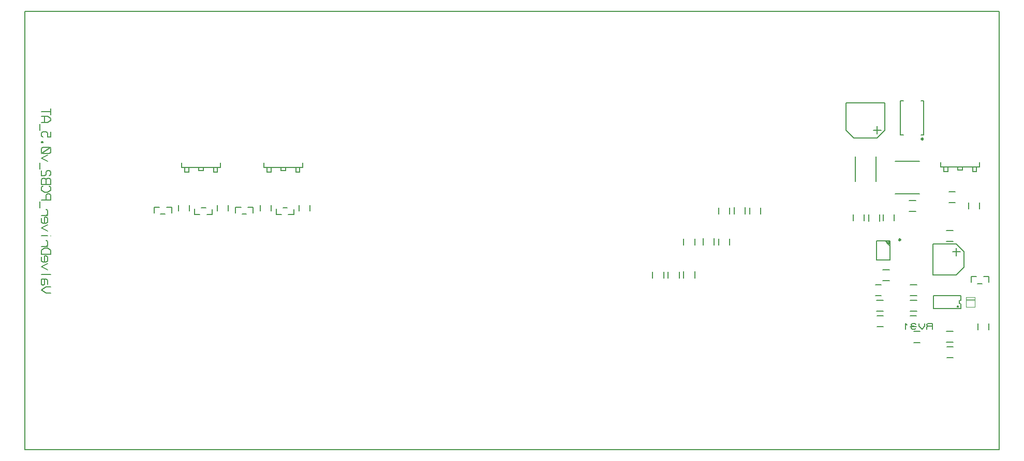
<source format=gbr>
G04 PROTEUS RS274X GERBER FILE*
%FSLAX45Y45*%
%MOMM*%
G01*
%ADD41C,0.203200*%
%ADD43C,0.250000*%
%ADD42C,0.200000*%
%ADD44C,0.101600*%
%ADD45C,0.100000*%
D41*
X-7429500Y-4254500D02*
X+8509000Y-4254500D01*
X+8509000Y+2921000D01*
X-7429500Y+2921000D01*
X-7429500Y-4254500D01*
X+8051800Y-1424940D02*
X+8140700Y-1424940D01*
X+8158480Y-1536700D02*
X+8229600Y-1536700D01*
X+8051800Y-1424940D02*
X+8051800Y-1516380D01*
X+8341360Y-1518920D02*
X+8341360Y-1424940D01*
X+8255000Y-1424940D01*
X+8191500Y+452120D02*
X+8191500Y+375920D01*
X+7556500Y+375920D01*
X+7556500Y+452120D01*
X+7912100Y+375920D02*
X+7912100Y+325120D01*
X+7835900Y+325120D01*
X+7835900Y+375920D01*
X+8140700Y+375920D02*
X+8140700Y+299720D01*
X+8077200Y+299720D01*
X+8077200Y+375920D01*
X+7607300Y+375920D02*
X+7607300Y+299720D01*
X+7670800Y+299720D01*
X+7670800Y+375920D02*
X+7670800Y+299720D01*
D43*
X+7259100Y+834620D02*
X+7259057Y+835659D01*
X+7258705Y+837738D01*
X+7257968Y+839817D01*
X+7256764Y+841896D01*
X+7254923Y+843946D01*
X+7252844Y+845449D01*
X+7250765Y+846406D01*
X+7248686Y+846945D01*
X+7246607Y+847120D01*
X+7246600Y+847120D01*
X+7234100Y+834620D02*
X+7234143Y+835659D01*
X+7234495Y+837738D01*
X+7235232Y+839817D01*
X+7236436Y+841896D01*
X+7238277Y+843946D01*
X+7240356Y+845449D01*
X+7242435Y+846406D01*
X+7244514Y+846945D01*
X+7246593Y+847120D01*
X+7246600Y+847120D01*
X+7234100Y+834620D02*
X+7234143Y+833581D01*
X+7234495Y+831502D01*
X+7235232Y+829423D01*
X+7236436Y+827344D01*
X+7238277Y+825294D01*
X+7240356Y+823791D01*
X+7242435Y+822834D01*
X+7244514Y+822295D01*
X+7246593Y+822120D01*
X+7246600Y+822120D01*
X+7259100Y+834620D02*
X+7259057Y+833581D01*
X+7258705Y+831502D01*
X+7257968Y+829423D01*
X+7256764Y+827344D01*
X+7254923Y+825294D01*
X+7252844Y+823791D01*
X+7250765Y+822834D01*
X+7248686Y+822295D01*
X+7246607Y+822120D01*
X+7246600Y+822120D01*
D42*
X+7231600Y+899620D02*
X+7276600Y+899620D01*
X+7276600Y+1459620D01*
X+7231600Y+1459620D01*
X+6941600Y+899620D02*
X+6896600Y+899620D01*
X+6896600Y+1459620D01*
X+6941600Y+1459620D01*
D44*
X+7969100Y-1793340D02*
X+8109100Y-1793340D01*
X+7969100Y-1813340D02*
X+8109100Y-1813340D01*
X+7969100Y-1923340D02*
X+8109100Y-1923340D01*
X+8109100Y-1763340D01*
X+7969100Y-1763340D01*
X+7969100Y-1923340D01*
D42*
X+6805600Y+463120D02*
X+7205600Y+463120D01*
X+6805600Y-66880D02*
X+7205600Y-66880D01*
D41*
X+6642100Y+978120D02*
X+6515100Y+851120D01*
X+6134100Y+851120D01*
X+6007100Y+978120D01*
X+6007100Y+1422620D01*
X+6642100Y+1422620D01*
X+6642100Y+978120D01*
X+6515100Y+914620D02*
X+6515100Y+1041620D01*
X+6578600Y+978120D02*
X+6451600Y+978120D01*
D43*
X+6890100Y-819700D02*
X+6890057Y-818661D01*
X+6889705Y-816582D01*
X+6888968Y-814503D01*
X+6887764Y-812424D01*
X+6885923Y-810374D01*
X+6883844Y-808871D01*
X+6881765Y-807914D01*
X+6879686Y-807375D01*
X+6877607Y-807200D01*
X+6877600Y-807200D01*
X+6865100Y-819700D02*
X+6865143Y-818661D01*
X+6865495Y-816582D01*
X+6866232Y-814503D01*
X+6867436Y-812424D01*
X+6869277Y-810374D01*
X+6871356Y-808871D01*
X+6873435Y-807914D01*
X+6875514Y-807375D01*
X+6877593Y-807200D01*
X+6877600Y-807200D01*
X+6865100Y-819700D02*
X+6865143Y-820739D01*
X+6865495Y-822818D01*
X+6866232Y-824897D01*
X+6867436Y-826976D01*
X+6869277Y-829026D01*
X+6871356Y-830529D01*
X+6873435Y-831486D01*
X+6875514Y-832025D01*
X+6877593Y-832200D01*
X+6877600Y-832200D01*
X+6890100Y-819700D02*
X+6890057Y-820739D01*
X+6889705Y-822818D01*
X+6888968Y-824897D01*
X+6887764Y-826976D01*
X+6885923Y-829026D01*
X+6883844Y-830529D01*
X+6881765Y-831486D01*
X+6879686Y-832025D01*
X+6877607Y-832200D01*
X+6877600Y-832200D01*
D42*
X+6727600Y-1149700D02*
X+6507600Y-1149700D01*
X+6507600Y-839700D01*
X+6727600Y-839700D01*
X+6727600Y-1149700D01*
D45*
X+6727600Y-849700D02*
X+6717600Y-839700D01*
X+6727600Y-859700D02*
X+6707600Y-839700D01*
X+6727600Y-869700D02*
X+6697600Y-839700D01*
X+6727600Y-879700D02*
X+6687600Y-839700D01*
X+6727600Y-889700D02*
X+6677600Y-839700D01*
X+6727600Y-899700D02*
X+6667600Y-839700D01*
X+6727600Y-909700D02*
X+6657600Y-839700D01*
X+6727600Y-919700D02*
X+6647600Y-839700D01*
X+6727600Y-929700D02*
X+6637600Y-839700D01*
D41*
X+7881620Y-1948180D02*
X+7881620Y-1867218D01*
X+7870999Y-1865136D01*
X+7862433Y-1859416D01*
X+7856714Y-1850851D01*
X+7854632Y-1840230D01*
X+7881620Y-1813242D02*
X+7870999Y-1815324D01*
X+7862433Y-1821044D01*
X+7856714Y-1829609D01*
X+7854632Y-1840230D01*
X+7881620Y-1813242D02*
X+7881620Y-1732280D01*
X+7434580Y-1871980D02*
X+7434580Y-1808480D01*
X+7848600Y-1948180D02*
X+7467600Y-1948180D01*
X+7848600Y-1732280D02*
X+7467600Y-1732280D01*
X+7848600Y-1948180D02*
X+7881620Y-1948180D01*
X+7881620Y-1732280D02*
X+7848600Y-1732280D01*
X+7434580Y-1808480D02*
X+7434580Y-1732280D01*
X+7467600Y-1732280D01*
X+7467600Y-1948180D02*
X+7434580Y-1948180D01*
X+7434580Y-1871980D01*
X+7842504Y-1912620D02*
X+7842469Y-1911775D01*
X+7842182Y-1910084D01*
X+7841583Y-1908393D01*
X+7840603Y-1906702D01*
X+7839103Y-1905034D01*
X+7837412Y-1903814D01*
X+7835721Y-1903038D01*
X+7834030Y-1902601D01*
X+7832344Y-1902460D01*
X+7822184Y-1912620D02*
X+7822219Y-1911775D01*
X+7822506Y-1910084D01*
X+7823105Y-1908393D01*
X+7824085Y-1906702D01*
X+7825585Y-1905034D01*
X+7827276Y-1903814D01*
X+7828967Y-1903038D01*
X+7830658Y-1902601D01*
X+7832344Y-1902460D01*
X+7822184Y-1912620D02*
X+7822219Y-1913465D01*
X+7822506Y-1915156D01*
X+7823105Y-1916847D01*
X+7824085Y-1918538D01*
X+7825585Y-1920206D01*
X+7827276Y-1921426D01*
X+7828967Y-1922202D01*
X+7830658Y-1922639D01*
X+7832344Y-1922780D01*
X+7842504Y-1912620D02*
X+7842469Y-1913465D01*
X+7842182Y-1915156D01*
X+7841583Y-1916847D01*
X+7840603Y-1918538D01*
X+7839103Y-1920206D01*
X+7837412Y-1921426D01*
X+7835721Y-1922202D01*
X+7834030Y-1922639D01*
X+7832344Y-1922780D01*
D42*
X+6494600Y+542620D02*
X+6494600Y+132620D01*
X+6154600Y+542620D02*
X+6154600Y+132620D01*
D41*
X+7810500Y-889000D02*
X+7937500Y-1016000D01*
X+7937500Y-1270000D01*
X+7810500Y-1397000D01*
X+7429500Y-1397000D01*
X+7429500Y-889000D01*
X+7810500Y-889000D01*
X+7874000Y-1016000D02*
X+7747000Y-1016000D01*
X+7810500Y-952500D02*
X+7810500Y-1079500D01*
D42*
X+7753600Y-844380D02*
X+7643600Y-844380D01*
X+7753600Y-664380D02*
X+7643600Y-664380D01*
X+6610600Y-2241380D02*
X+6510600Y-2241380D01*
X+6610600Y-2061380D02*
X+6510600Y-2061380D01*
X+6583100Y-1733380D02*
X+6483100Y-1733380D01*
X+6583100Y-1553380D02*
X+6483100Y-1553380D01*
X+6615600Y-504880D02*
X+6615600Y-404880D01*
X+6795600Y-504880D02*
X+6795600Y-404880D01*
X+6120300Y-504880D02*
X+6120300Y-404880D01*
X+6300300Y-504880D02*
X+6300300Y-404880D01*
X+7154600Y-2241380D02*
X+7054600Y-2241380D01*
X+7154600Y-2061380D02*
X+7054600Y-2061380D01*
X+8345000Y-2190500D02*
X+8345000Y-2290500D01*
X+8165000Y-2190500D02*
X+8165000Y-2290500D01*
X+7753600Y-2495380D02*
X+7643600Y-2495380D01*
X+7753600Y-2315380D02*
X+7643600Y-2315380D01*
X+7144000Y-356700D02*
X+7034000Y-356700D01*
X+7144000Y-176700D02*
X+7034000Y-176700D01*
X+8192600Y-214380D02*
X+8192600Y-314380D01*
X+8012600Y-214380D02*
X+8012600Y-314380D01*
X+7689600Y-29380D02*
X+7789600Y-29380D01*
X+7689600Y-209380D02*
X+7789600Y-209380D01*
X+7753600Y-2749380D02*
X+7653600Y-2749380D01*
X+7753600Y-2569380D02*
X+7653600Y-2569380D01*
X+6554300Y-404880D02*
X+6554300Y-514880D01*
X+6374300Y-404880D02*
X+6374300Y-514880D01*
X+6712200Y-1492080D02*
X+6602200Y-1492080D01*
X+6712200Y-1312080D02*
X+6602200Y-1312080D01*
X+7164600Y-1733380D02*
X+7054600Y-1733380D01*
X+7164600Y-1553380D02*
X+7054600Y-1553380D01*
X+7164600Y-1987380D02*
X+7054600Y-1987380D01*
X+7164600Y-1807380D02*
X+7054600Y-1807380D01*
X+6610600Y-1987380D02*
X+6500600Y-1987380D01*
X+6610600Y-1807380D02*
X+6500600Y-1807380D01*
D41*
X-4229100Y+444500D02*
X-4229100Y+368300D01*
X-4864100Y+368300D01*
X-4864100Y+444500D01*
X-4508500Y+368300D02*
X-4508500Y+317500D01*
X-4584700Y+317500D01*
X-4584700Y+368300D01*
X-4279900Y+368300D02*
X-4279900Y+292100D01*
X-4343400Y+292100D01*
X-4343400Y+368300D01*
X-4813300Y+368300D02*
X-4813300Y+292100D01*
X-4749800Y+292100D01*
X-4749800Y+368300D02*
X-4749800Y+292100D01*
X-2882900Y+444500D02*
X-2882900Y+368300D01*
X-3517900Y+368300D01*
X-3517900Y+444500D01*
X-3162300Y+368300D02*
X-3162300Y+317500D01*
X-3238500Y+317500D01*
X-3238500Y+368300D01*
X-2933700Y+368300D02*
X-2933700Y+292100D01*
X-2997200Y+292100D01*
X-2997200Y+368300D01*
X-3467100Y+368300D02*
X-3467100Y+292100D01*
X-3403600Y+292100D01*
X-3403600Y+368300D02*
X-3403600Y+292100D01*
X-5318760Y-289560D02*
X-5229860Y-289560D01*
X-5212080Y-401320D02*
X-5140960Y-401320D01*
X-5318760Y-289560D02*
X-5318760Y-381000D01*
X-5029200Y-383540D02*
X-5029200Y-289560D01*
X-5115560Y-289560D01*
X-3985260Y-289560D02*
X-3896360Y-289560D01*
X-3878580Y-401320D02*
X-3807460Y-401320D01*
X-3985260Y-289560D02*
X-3985260Y-381000D01*
X-3695700Y-383540D02*
X-3695700Y-289560D01*
X-3782060Y-289560D01*
X-4363720Y-408940D02*
X-4452620Y-408940D01*
X-4470400Y-297180D02*
X-4541520Y-297180D01*
X-4363720Y-408940D02*
X-4363720Y-317500D01*
X-4653280Y-314960D02*
X-4653280Y-408940D01*
X-4566920Y-408940D01*
X-3030220Y-408940D02*
X-3119120Y-408940D01*
X-3136900Y-297180D02*
X-3208020Y-297180D01*
X-3030220Y-408940D02*
X-3030220Y-317500D01*
X-3319780Y-314960D02*
X-3319780Y-408940D01*
X-3233420Y-408940D01*
D42*
X-4736000Y-249500D02*
X-4736000Y-349500D01*
X-4916000Y-249500D02*
X-4916000Y-349500D01*
X-4101000Y-249500D02*
X-4101000Y-349500D01*
X-4281000Y-249500D02*
X-4281000Y-349500D01*
X-3402500Y-249500D02*
X-3402500Y-349500D01*
X-3582500Y-249500D02*
X-3582500Y-349500D01*
X-2767500Y-249500D02*
X-2767500Y-349500D01*
X-2947500Y-249500D02*
X-2947500Y-349500D01*
X+3529000Y-1337500D02*
X+3529000Y-1447500D01*
X+3349000Y-1337500D02*
X+3349000Y-1447500D01*
X+3846500Y-793500D02*
X+3846500Y-903500D01*
X+3666500Y-793500D02*
X+3666500Y-903500D01*
X+4354500Y-285500D02*
X+4354500Y-395500D01*
X+4174500Y-285500D02*
X+4174500Y-395500D01*
X+2841000Y-1447500D02*
X+2841000Y-1347500D01*
X+3021000Y-1447500D02*
X+3021000Y-1347500D01*
X+3349000Y-903500D02*
X+3349000Y-803500D01*
X+3529000Y-903500D02*
X+3529000Y-803500D01*
X+3920500Y-903500D02*
X+3920500Y-803500D01*
X+4100500Y-903500D02*
X+4100500Y-803500D01*
X+3095000Y-1447500D02*
X+3095000Y-1347500D01*
X+3275000Y-1447500D02*
X+3275000Y-1347500D01*
X+3920500Y-395500D02*
X+3920500Y-295500D01*
X+4100500Y-395500D02*
X+4100500Y-295500D01*
X+4428500Y-395500D02*
X+4428500Y-295500D01*
X+4608500Y-395500D02*
X+4608500Y-295500D01*
X+7216000Y-2503000D02*
X+7116000Y-2503000D01*
X+7216000Y-2323000D02*
X+7116000Y-2323000D01*
D41*
X+7420000Y-2282520D02*
X+7420000Y-2191080D01*
X+7340625Y-2191080D01*
X+7324750Y-2206320D01*
X+7324750Y-2221560D01*
X+7340625Y-2236800D01*
X+7420000Y-2236800D01*
X+7340625Y-2236800D02*
X+7324750Y-2252040D01*
X+7324750Y-2282520D01*
X+7293000Y-2191080D02*
X+7293000Y-2236800D01*
X+7245375Y-2282520D01*
X+7197750Y-2236800D01*
X+7197750Y-2191080D01*
X+7150125Y-2206320D02*
X+7134250Y-2191080D01*
X+7086625Y-2191080D01*
X+7070750Y-2206320D01*
X+7070750Y-2221560D01*
X+7086625Y-2236800D01*
X+7070750Y-2252040D01*
X+7070750Y-2267280D01*
X+7086625Y-2282520D01*
X+7134250Y-2282520D01*
X+7150125Y-2267280D01*
X+7118375Y-2236800D02*
X+7086625Y-2236800D01*
X+7007250Y-2221560D02*
X+6975500Y-2191080D01*
X+6975500Y-2282520D01*
X-7010400Y-1689100D02*
X-7086600Y-1689100D01*
X-7162800Y-1641475D01*
X-7086600Y-1593850D01*
X-7010400Y-1593850D01*
X-7061200Y-1546225D02*
X-7061200Y-1482725D01*
X-7086600Y-1466850D01*
X-7162800Y-1466850D01*
X-7162800Y-1546225D01*
X-7137400Y-1562100D01*
X-7112000Y-1546225D01*
X-7112000Y-1466850D01*
X-7010400Y-1387475D02*
X-7162800Y-1387475D01*
X-7061200Y-1308100D02*
X-7162800Y-1260475D01*
X-7061200Y-1212850D01*
X-7112000Y-1181100D02*
X-7112000Y-1085850D01*
X-7086600Y-1085850D01*
X-7061200Y-1101725D01*
X-7061200Y-1165225D01*
X-7086600Y-1181100D01*
X-7137400Y-1181100D01*
X-7162800Y-1165225D01*
X-7162800Y-1101725D01*
X-7162800Y-1054100D02*
X-7010400Y-1054100D01*
X-7010400Y-990600D01*
X-7061200Y-958850D01*
X-7112000Y-958850D01*
X-7162800Y-990600D01*
X-7162800Y-1054100D01*
X-7162800Y-927100D02*
X-7061200Y-927100D01*
X-7086600Y-927100D02*
X-7061200Y-911225D01*
X-7061200Y-847725D01*
X-7086600Y-831850D01*
X-7061200Y-752475D02*
X-7162800Y-752475D01*
X-7010400Y-752475D02*
X-7010400Y-752475D01*
X-7061200Y-673100D02*
X-7162800Y-625475D01*
X-7061200Y-577850D01*
X-7112000Y-546100D02*
X-7112000Y-450850D01*
X-7086600Y-450850D01*
X-7061200Y-466725D01*
X-7061200Y-530225D01*
X-7086600Y-546100D01*
X-7137400Y-546100D01*
X-7162800Y-530225D01*
X-7162800Y-466725D01*
X-7162800Y-419100D02*
X-7061200Y-419100D01*
X-7086600Y-419100D02*
X-7061200Y-403225D01*
X-7061200Y-339725D01*
X-7086600Y-323850D01*
X-7188200Y-292100D02*
X-7188200Y-196850D01*
X-7162800Y-165100D02*
X-7010400Y-165100D01*
X-7010400Y-85725D01*
X-7035800Y-69850D01*
X-7061200Y-69850D01*
X-7086600Y-85725D01*
X-7086600Y-165100D01*
X-7137400Y+57150D02*
X-7162800Y+41275D01*
X-7162800Y-6350D01*
X-7112000Y-38100D01*
X-7061200Y-38100D01*
X-7010400Y-6350D01*
X-7010400Y+41275D01*
X-7035800Y+57150D01*
X-7162800Y+88900D02*
X-7010400Y+88900D01*
X-7010400Y+168275D01*
X-7035800Y+184150D01*
X-7061200Y+184150D01*
X-7086600Y+168275D01*
X-7112000Y+184150D01*
X-7137400Y+184150D01*
X-7162800Y+168275D01*
X-7162800Y+88900D01*
X-7086600Y+88900D02*
X-7086600Y+168275D01*
X-7035800Y+231775D02*
X-7010400Y+247650D01*
X-7010400Y+295275D01*
X-7035800Y+311150D01*
X-7061200Y+311150D01*
X-7086600Y+295275D01*
X-7086600Y+247650D01*
X-7112000Y+231775D01*
X-7162800Y+231775D01*
X-7162800Y+311150D01*
X-7188200Y+342900D02*
X-7188200Y+438150D01*
X-7061200Y+469900D02*
X-7162800Y+517525D01*
X-7061200Y+565150D01*
X-7137400Y+596900D02*
X-7035800Y+596900D01*
X-7010400Y+612775D01*
X-7010400Y+676275D01*
X-7035800Y+692150D01*
X-7137400Y+692150D01*
X-7162800Y+676275D01*
X-7162800Y+612775D01*
X-7137400Y+596900D01*
X-7162800Y+596900D02*
X-7010400Y+692150D01*
X-7137400Y+771525D02*
X-7137400Y+787400D01*
X-7162800Y+787400D01*
X-7162800Y+771525D01*
X-7137400Y+771525D01*
X-7010400Y+946150D02*
X-7010400Y+866775D01*
X-7061200Y+866775D01*
X-7061200Y+930275D01*
X-7086600Y+946150D01*
X-7137400Y+946150D01*
X-7162800Y+930275D01*
X-7162800Y+882650D01*
X-7137400Y+866775D01*
X-7188200Y+977900D02*
X-7188200Y+1073150D01*
X-7162800Y+1104900D02*
X-7061200Y+1104900D01*
X-7010400Y+1136650D01*
X-7010400Y+1168400D01*
X-7061200Y+1200150D01*
X-7162800Y+1200150D01*
X-7112000Y+1104900D02*
X-7112000Y+1200150D01*
X-7010400Y+1231900D02*
X-7010400Y+1327150D01*
X-7010400Y+1279525D02*
X-7162800Y+1279525D01*
M02*

</source>
